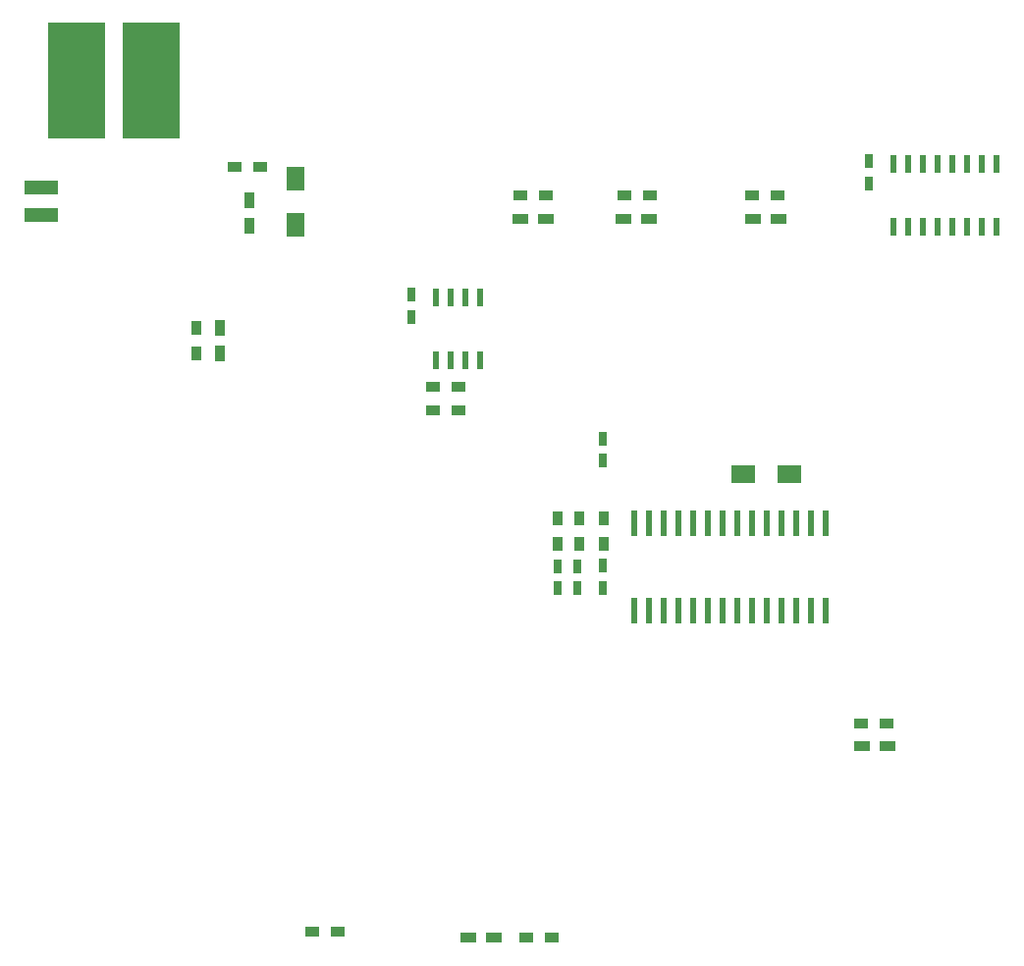
<source format=gtp>
G04 #@! TF.GenerationSoftware,KiCad,Pcbnew,5.1.4*
G04 #@! TF.CreationDate,2019-12-03T14:43:41+09:00*
G04 #@! TF.ProjectId,Sync-chan,53796e63-2d63-4686-916e-2e6b69636164,rev?*
G04 #@! TF.SameCoordinates,Original*
G04 #@! TF.FileFunction,Paste,Top*
G04 #@! TF.FilePolarity,Positive*
%FSLAX46Y46*%
G04 Gerber Fmt 4.6, Leading zero omitted, Abs format (unit mm)*
G04 Created by KiCad (PCBNEW 5.1.4) date 2019-12-03 14:43:41*
%MOMM*%
%LPD*%
G04 APERTURE LIST*
%ADD10R,1.200000X0.900000*%
%ADD11R,1.400000X0.900000*%
%ADD12R,0.600000X2.200000*%
%ADD13R,1.600000X2.000000*%
%ADD14R,0.750000X1.200000*%
%ADD15R,2.000000X1.600000*%
%ADD16R,2.860000X1.200000*%
%ADD17R,0.900000X1.400000*%
%ADD18R,0.900000X1.200000*%
%ADD19R,5.000000X10.000000*%
%ADD20R,0.600000X1.550000*%
%ADD21R,0.600000X1.500000*%
G04 APERTURE END LIST*
D10*
X136000000Y-131500000D03*
X138200000Y-131500000D03*
D11*
X149400000Y-132000000D03*
X151600000Y-132000000D03*
X165000000Y-70000000D03*
X162800000Y-70000000D03*
X153900000Y-70000000D03*
X156100000Y-70000000D03*
D12*
X163745000Y-96250000D03*
X163745000Y-103750000D03*
X165015000Y-96250000D03*
X165015000Y-103750000D03*
X166285000Y-96250000D03*
X166285000Y-103750000D03*
X167555000Y-96250000D03*
X167555000Y-103750000D03*
X168825000Y-96250000D03*
X168825000Y-103750000D03*
X170095000Y-96250000D03*
X170095000Y-103750000D03*
X171365000Y-96250000D03*
X171365000Y-103750000D03*
X172635000Y-96250000D03*
X172635000Y-103750000D03*
X173905000Y-96250000D03*
X173905000Y-103750000D03*
X175175000Y-96250000D03*
X175175000Y-103750000D03*
X176445000Y-96250000D03*
X176445000Y-103750000D03*
X177715000Y-96250000D03*
X177715000Y-103750000D03*
X178985000Y-96250000D03*
X178985000Y-103750000D03*
X180255000Y-96250000D03*
X180255000Y-103750000D03*
D13*
X134500000Y-70500000D03*
X134500000Y-66500000D03*
D14*
X144500000Y-76550000D03*
X144500000Y-78450000D03*
X157100000Y-101850000D03*
X157100000Y-99950000D03*
X158800000Y-101850000D03*
X158800000Y-99950000D03*
X161000000Y-99900000D03*
X161000000Y-101800000D03*
X161000000Y-90850000D03*
X161000000Y-88950000D03*
D15*
X173100000Y-92050000D03*
X177100000Y-92050000D03*
D14*
X184000000Y-66950000D03*
X184000000Y-65050000D03*
D16*
X112570000Y-69700000D03*
X112570000Y-67300000D03*
D17*
X130500000Y-70600000D03*
X130500000Y-68400000D03*
X128000000Y-79400000D03*
X128000000Y-81600000D03*
D11*
X176200000Y-70000000D03*
X174000000Y-70000000D03*
X183400000Y-115500000D03*
X185600000Y-115500000D03*
D10*
X129300000Y-65500000D03*
X131500000Y-65500000D03*
D18*
X157100000Y-98000000D03*
X157100000Y-95800000D03*
X159000000Y-98000000D03*
X159000000Y-95800000D03*
X161100000Y-95800000D03*
X161100000Y-98000000D03*
X126000000Y-79400000D03*
X126000000Y-81600000D03*
D10*
X148600000Y-84500000D03*
X146400000Y-84500000D03*
X146400000Y-86500000D03*
X148600000Y-86500000D03*
X176100000Y-68000000D03*
X173900000Y-68000000D03*
X156600000Y-132000000D03*
X154400000Y-132000000D03*
X162900000Y-68000000D03*
X165100000Y-68000000D03*
X156100000Y-68000000D03*
X153900000Y-68000000D03*
X185500000Y-113500000D03*
X183300000Y-113500000D03*
D19*
X122100000Y-58100000D03*
X115600000Y-58100000D03*
D20*
X146595000Y-76800000D03*
X147865000Y-76800000D03*
X149135000Y-76800000D03*
X150405000Y-76800000D03*
X150405000Y-82200000D03*
X149135000Y-82200000D03*
X147865000Y-82200000D03*
X146595000Y-82200000D03*
D21*
X186055000Y-65300000D03*
X187325000Y-65300000D03*
X188595000Y-65300000D03*
X189865000Y-65300000D03*
X191135000Y-65300000D03*
X192405000Y-65300000D03*
X193675000Y-65300000D03*
X194945000Y-65300000D03*
X194945000Y-70700000D03*
X193675000Y-70700000D03*
X192405000Y-70700000D03*
X191135000Y-70700000D03*
X189865000Y-70700000D03*
X188595000Y-70700000D03*
X187325000Y-70700000D03*
X186055000Y-70700000D03*
M02*

</source>
